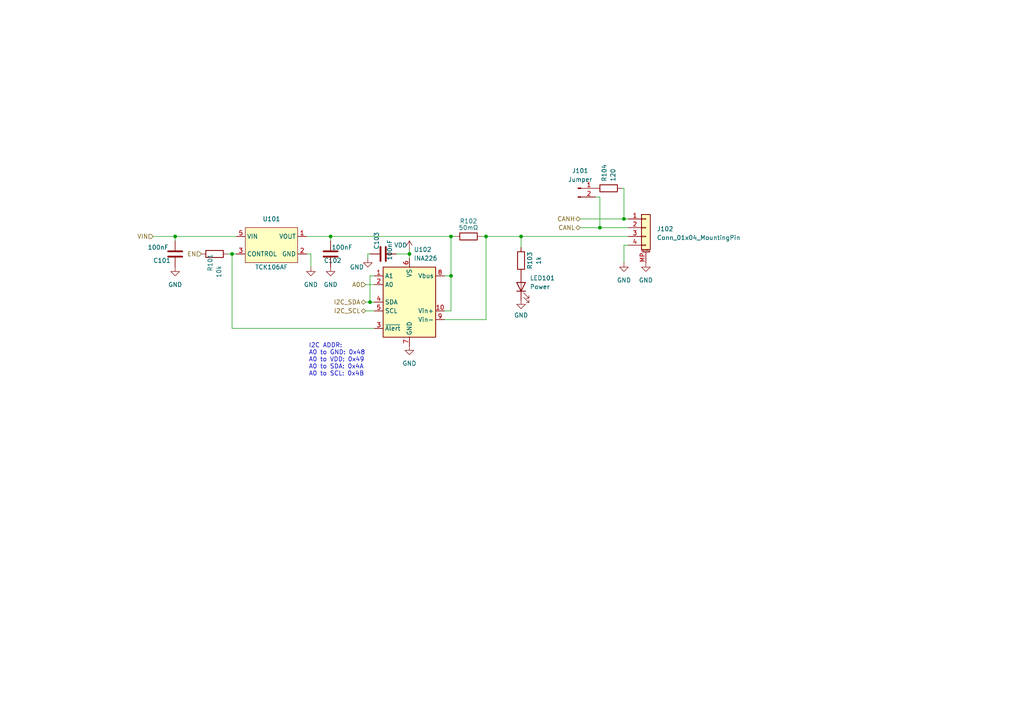
<source format=kicad_sch>
(kicad_sch
	(version 20231120)
	(generator "eeschema")
	(generator_version "8.0")
	(uuid "d339b9d8-51a7-460e-bb19-8d8c25d3e2aa")
	(paper "A4")
	(lib_symbols
		(symbol "Connector:Conn_01x02_Pin"
			(pin_names
				(offset 1.016) hide)
			(exclude_from_sim no)
			(in_bom yes)
			(on_board yes)
			(property "Reference" "J"
				(at 0 2.54 0)
				(effects
					(font
						(size 1.27 1.27)
					)
				)
			)
			(property "Value" "Conn_01x02_Pin"
				(at 0 -5.08 0)
				(effects
					(font
						(size 1.27 1.27)
					)
				)
			)
			(property "Footprint" ""
				(at 0 0 0)
				(effects
					(font
						(size 1.27 1.27)
					)
					(hide yes)
				)
			)
			(property "Datasheet" "~"
				(at 0 0 0)
				(effects
					(font
						(size 1.27 1.27)
					)
					(hide yes)
				)
			)
			(property "Description" "Generic connector, single row, 01x02, script generated"
				(at 0 0 0)
				(effects
					(font
						(size 1.27 1.27)
					)
					(hide yes)
				)
			)
			(property "ki_locked" ""
				(at 0 0 0)
				(effects
					(font
						(size 1.27 1.27)
					)
				)
			)
			(property "ki_keywords" "connector"
				(at 0 0 0)
				(effects
					(font
						(size 1.27 1.27)
					)
					(hide yes)
				)
			)
			(property "ki_fp_filters" "Connector*:*_1x??_*"
				(at 0 0 0)
				(effects
					(font
						(size 1.27 1.27)
					)
					(hide yes)
				)
			)
			(symbol "Conn_01x02_Pin_1_1"
				(polyline
					(pts
						(xy 1.27 -2.54) (xy 0.8636 -2.54)
					)
					(stroke
						(width 0.1524)
						(type default)
					)
					(fill
						(type none)
					)
				)
				(polyline
					(pts
						(xy 1.27 0) (xy 0.8636 0)
					)
					(stroke
						(width 0.1524)
						(type default)
					)
					(fill
						(type none)
					)
				)
				(rectangle
					(start 0.8636 -2.413)
					(end 0 -2.667)
					(stroke
						(width 0.1524)
						(type default)
					)
					(fill
						(type outline)
					)
				)
				(rectangle
					(start 0.8636 0.127)
					(end 0 -0.127)
					(stroke
						(width 0.1524)
						(type default)
					)
					(fill
						(type outline)
					)
				)
				(pin passive line
					(at 5.08 0 180)
					(length 3.81)
					(name "Pin_1"
						(effects
							(font
								(size 1.27 1.27)
							)
						)
					)
					(number "1"
						(effects
							(font
								(size 1.27 1.27)
							)
						)
					)
				)
				(pin passive line
					(at 5.08 -2.54 180)
					(length 3.81)
					(name "Pin_2"
						(effects
							(font
								(size 1.27 1.27)
							)
						)
					)
					(number "2"
						(effects
							(font
								(size 1.27 1.27)
							)
						)
					)
				)
			)
		)
		(symbol "Connector_Generic_MountingPin:Conn_01x04_MountingPin"
			(pin_names
				(offset 1.016) hide)
			(exclude_from_sim no)
			(in_bom yes)
			(on_board yes)
			(property "Reference" "J"
				(at 0 5.08 0)
				(effects
					(font
						(size 1.27 1.27)
					)
				)
			)
			(property "Value" "Conn_01x04_MountingPin"
				(at 1.27 -7.62 0)
				(effects
					(font
						(size 1.27 1.27)
					)
					(justify left)
				)
			)
			(property "Footprint" ""
				(at 0 0 0)
				(effects
					(font
						(size 1.27 1.27)
					)
					(hide yes)
				)
			)
			(property "Datasheet" "~"
				(at 0 0 0)
				(effects
					(font
						(size 1.27 1.27)
					)
					(hide yes)
				)
			)
			(property "Description" "Generic connectable mounting pin connector, single row, 01x04, script generated (kicad-library-utils/schlib/autogen/connector/)"
				(at 0 0 0)
				(effects
					(font
						(size 1.27 1.27)
					)
					(hide yes)
				)
			)
			(property "ki_keywords" "connector"
				(at 0 0 0)
				(effects
					(font
						(size 1.27 1.27)
					)
					(hide yes)
				)
			)
			(property "ki_fp_filters" "Connector*:*_1x??-1MP*"
				(at 0 0 0)
				(effects
					(font
						(size 1.27 1.27)
					)
					(hide yes)
				)
			)
			(symbol "Conn_01x04_MountingPin_1_1"
				(rectangle
					(start -1.27 -4.953)
					(end 0 -5.207)
					(stroke
						(width 0.1524)
						(type default)
					)
					(fill
						(type none)
					)
				)
				(rectangle
					(start -1.27 -2.413)
					(end 0 -2.667)
					(stroke
						(width 0.1524)
						(type default)
					)
					(fill
						(type none)
					)
				)
				(rectangle
					(start -1.27 0.127)
					(end 0 -0.127)
					(stroke
						(width 0.1524)
						(type default)
					)
					(fill
						(type none)
					)
				)
				(rectangle
					(start -1.27 2.667)
					(end 0 2.413)
					(stroke
						(width 0.1524)
						(type default)
					)
					(fill
						(type none)
					)
				)
				(rectangle
					(start -1.27 3.81)
					(end 1.27 -6.35)
					(stroke
						(width 0.254)
						(type default)
					)
					(fill
						(type background)
					)
				)
				(polyline
					(pts
						(xy -1.016 -7.112) (xy 1.016 -7.112)
					)
					(stroke
						(width 0.1524)
						(type default)
					)
					(fill
						(type none)
					)
				)
				(text "Mounting"
					(at 0 -6.731 0)
					(effects
						(font
							(size 0.381 0.381)
						)
					)
				)
				(pin passive line
					(at -5.08 2.54 0)
					(length 3.81)
					(name "Pin_1"
						(effects
							(font
								(size 1.27 1.27)
							)
						)
					)
					(number "1"
						(effects
							(font
								(size 1.27 1.27)
							)
						)
					)
				)
				(pin passive line
					(at -5.08 0 0)
					(length 3.81)
					(name "Pin_2"
						(effects
							(font
								(size 1.27 1.27)
							)
						)
					)
					(number "2"
						(effects
							(font
								(size 1.27 1.27)
							)
						)
					)
				)
				(pin passive line
					(at -5.08 -2.54 0)
					(length 3.81)
					(name "Pin_3"
						(effects
							(font
								(size 1.27 1.27)
							)
						)
					)
					(number "3"
						(effects
							(font
								(size 1.27 1.27)
							)
						)
					)
				)
				(pin passive line
					(at -5.08 -5.08 0)
					(length 3.81)
					(name "Pin_4"
						(effects
							(font
								(size 1.27 1.27)
							)
						)
					)
					(number "4"
						(effects
							(font
								(size 1.27 1.27)
							)
						)
					)
				)
				(pin passive line
					(at 0 -10.16 90)
					(length 3.048)
					(name "MountPin"
						(effects
							(font
								(size 1.27 1.27)
							)
						)
					)
					(number "MP"
						(effects
							(font
								(size 1.27 1.27)
							)
						)
					)
				)
			)
		)
		(symbol "Device:C"
			(pin_numbers hide)
			(pin_names
				(offset 0.254)
			)
			(exclude_from_sim no)
			(in_bom yes)
			(on_board yes)
			(property "Reference" "C"
				(at 0.635 2.54 0)
				(effects
					(font
						(size 1.27 1.27)
					)
					(justify left)
				)
			)
			(property "Value" "C"
				(at 0.635 -2.54 0)
				(effects
					(font
						(size 1.27 1.27)
					)
					(justify left)
				)
			)
			(property "Footprint" ""
				(at 0.9652 -3.81 0)
				(effects
					(font
						(size 1.27 1.27)
					)
					(hide yes)
				)
			)
			(property "Datasheet" "~"
				(at 0 0 0)
				(effects
					(font
						(size 1.27 1.27)
					)
					(hide yes)
				)
			)
			(property "Description" "Unpolarized capacitor"
				(at 0 0 0)
				(effects
					(font
						(size 1.27 1.27)
					)
					(hide yes)
				)
			)
			(property "ki_keywords" "cap capacitor"
				(at 0 0 0)
				(effects
					(font
						(size 1.27 1.27)
					)
					(hide yes)
				)
			)
			(property "ki_fp_filters" "C_*"
				(at 0 0 0)
				(effects
					(font
						(size 1.27 1.27)
					)
					(hide yes)
				)
			)
			(symbol "C_0_1"
				(polyline
					(pts
						(xy -2.032 -0.762) (xy 2.032 -0.762)
					)
					(stroke
						(width 0.508)
						(type default)
					)
					(fill
						(type none)
					)
				)
				(polyline
					(pts
						(xy -2.032 0.762) (xy 2.032 0.762)
					)
					(stroke
						(width 0.508)
						(type default)
					)
					(fill
						(type none)
					)
				)
			)
			(symbol "C_1_1"
				(pin passive line
					(at 0 3.81 270)
					(length 2.794)
					(name "~"
						(effects
							(font
								(size 1.27 1.27)
							)
						)
					)
					(number "1"
						(effects
							(font
								(size 1.27 1.27)
							)
						)
					)
				)
				(pin passive line
					(at 0 -3.81 90)
					(length 2.794)
					(name "~"
						(effects
							(font
								(size 1.27 1.27)
							)
						)
					)
					(number "2"
						(effects
							(font
								(size 1.27 1.27)
							)
						)
					)
				)
			)
		)
		(symbol "Device:LED"
			(pin_numbers hide)
			(pin_names
				(offset 1.016) hide)
			(exclude_from_sim no)
			(in_bom yes)
			(on_board yes)
			(property "Reference" "D"
				(at 0 2.54 0)
				(effects
					(font
						(size 1.27 1.27)
					)
				)
			)
			(property "Value" "LED"
				(at 0 -2.54 0)
				(effects
					(font
						(size 1.27 1.27)
					)
				)
			)
			(property "Footprint" ""
				(at 0 0 0)
				(effects
					(font
						(size 1.27 1.27)
					)
					(hide yes)
				)
			)
			(property "Datasheet" "~"
				(at 0 0 0)
				(effects
					(font
						(size 1.27 1.27)
					)
					(hide yes)
				)
			)
			(property "Description" "Light emitting diode"
				(at 0 0 0)
				(effects
					(font
						(size 1.27 1.27)
					)
					(hide yes)
				)
			)
			(property "ki_keywords" "LED diode"
				(at 0 0 0)
				(effects
					(font
						(size 1.27 1.27)
					)
					(hide yes)
				)
			)
			(property "ki_fp_filters" "LED* LED_SMD:* LED_THT:*"
				(at 0 0 0)
				(effects
					(font
						(size 1.27 1.27)
					)
					(hide yes)
				)
			)
			(symbol "LED_0_1"
				(polyline
					(pts
						(xy -1.27 -1.27) (xy -1.27 1.27)
					)
					(stroke
						(width 0.254)
						(type default)
					)
					(fill
						(type none)
					)
				)
				(polyline
					(pts
						(xy -1.27 0) (xy 1.27 0)
					)
					(stroke
						(width 0)
						(type default)
					)
					(fill
						(type none)
					)
				)
				(polyline
					(pts
						(xy 1.27 -1.27) (xy 1.27 1.27) (xy -1.27 0) (xy 1.27 -1.27)
					)
					(stroke
						(width 0.254)
						(type default)
					)
					(fill
						(type none)
					)
				)
				(polyline
					(pts
						(xy -3.048 -0.762) (xy -4.572 -2.286) (xy -3.81 -2.286) (xy -4.572 -2.286) (xy -4.572 -1.524)
					)
					(stroke
						(width 0)
						(type default)
					)
					(fill
						(type none)
					)
				)
				(polyline
					(pts
						(xy -1.778 -0.762) (xy -3.302 -2.286) (xy -2.54 -2.286) (xy -3.302 -2.286) (xy -3.302 -1.524)
					)
					(stroke
						(width 0)
						(type default)
					)
					(fill
						(type none)
					)
				)
			)
			(symbol "LED_1_1"
				(pin passive line
					(at -3.81 0 0)
					(length 2.54)
					(name "K"
						(effects
							(font
								(size 1.27 1.27)
							)
						)
					)
					(number "1"
						(effects
							(font
								(size 1.27 1.27)
							)
						)
					)
				)
				(pin passive line
					(at 3.81 0 180)
					(length 2.54)
					(name "A"
						(effects
							(font
								(size 1.27 1.27)
							)
						)
					)
					(number "2"
						(effects
							(font
								(size 1.27 1.27)
							)
						)
					)
				)
			)
		)
		(symbol "Device:R"
			(pin_numbers hide)
			(pin_names
				(offset 0)
			)
			(exclude_from_sim no)
			(in_bom yes)
			(on_board yes)
			(property "Reference" "R"
				(at 2.032 0 90)
				(effects
					(font
						(size 1.27 1.27)
					)
				)
			)
			(property "Value" "R"
				(at 0 0 90)
				(effects
					(font
						(size 1.27 1.27)
					)
				)
			)
			(property "Footprint" ""
				(at -1.778 0 90)
				(effects
					(font
						(size 1.27 1.27)
					)
					(hide yes)
				)
			)
			(property "Datasheet" "~"
				(at 0 0 0)
				(effects
					(font
						(size 1.27 1.27)
					)
					(hide yes)
				)
			)
			(property "Description" "Resistor"
				(at 0 0 0)
				(effects
					(font
						(size 1.27 1.27)
					)
					(hide yes)
				)
			)
			(property "ki_keywords" "R res resistor"
				(at 0 0 0)
				(effects
					(font
						(size 1.27 1.27)
					)
					(hide yes)
				)
			)
			(property "ki_fp_filters" "R_*"
				(at 0 0 0)
				(effects
					(font
						(size 1.27 1.27)
					)
					(hide yes)
				)
			)
			(symbol "R_0_1"
				(rectangle
					(start -1.016 -2.54)
					(end 1.016 2.54)
					(stroke
						(width 0.254)
						(type default)
					)
					(fill
						(type none)
					)
				)
			)
			(symbol "R_1_1"
				(pin passive line
					(at 0 3.81 270)
					(length 1.27)
					(name "~"
						(effects
							(font
								(size 1.27 1.27)
							)
						)
					)
					(number "1"
						(effects
							(font
								(size 1.27 1.27)
							)
						)
					)
				)
				(pin passive line
					(at 0 -3.81 90)
					(length 1.27)
					(name "~"
						(effects
							(font
								(size 1.27 1.27)
							)
						)
					)
					(number "2"
						(effects
							(font
								(size 1.27 1.27)
							)
						)
					)
				)
			)
		)
		(symbol "Sensor_Energy:INA226"
			(exclude_from_sim no)
			(in_bom yes)
			(on_board yes)
			(property "Reference" "U"
				(at -6.35 11.43 0)
				(effects
					(font
						(size 1.27 1.27)
					)
				)
			)
			(property "Value" "INA226"
				(at 3.81 11.43 0)
				(effects
					(font
						(size 1.27 1.27)
					)
				)
			)
			(property "Footprint" "Package_SO:VSSOP-10_3x3mm_P0.5mm"
				(at 20.32 -11.43 0)
				(effects
					(font
						(size 1.27 1.27)
					)
					(hide yes)
				)
			)
			(property "Datasheet" "http://www.ti.com/lit/ds/symlink/ina226.pdf"
				(at 8.89 -2.54 0)
				(effects
					(font
						(size 1.27 1.27)
					)
					(hide yes)
				)
			)
			(property "Description" "High-Side or Low-Side Measurement, Bi-Directional Current and Power Monitor (0-36V) with I2C Compatible Interface, VSSOP-10"
				(at 0 0 0)
				(effects
					(font
						(size 1.27 1.27)
					)
					(hide yes)
				)
			)
			(property "ki_keywords" "ADC I2C 16-Bit Oversampling Current Shunt"
				(at 0 0 0)
				(effects
					(font
						(size 1.27 1.27)
					)
					(hide yes)
				)
			)
			(property "ki_fp_filters" "VSSOP*3x3mm*P0.5mm*"
				(at 0 0 0)
				(effects
					(font
						(size 1.27 1.27)
					)
					(hide yes)
				)
			)
			(symbol "INA226_0_1"
				(rectangle
					(start 7.62 10.16)
					(end -7.62 -10.16)
					(stroke
						(width 0.254)
						(type default)
					)
					(fill
						(type background)
					)
				)
			)
			(symbol "INA226_1_1"
				(pin input line
					(at 10.16 7.62 180)
					(length 2.54)
					(name "A1"
						(effects
							(font
								(size 1.27 1.27)
							)
						)
					)
					(number "1"
						(effects
							(font
								(size 1.27 1.27)
							)
						)
					)
				)
				(pin input line
					(at -10.16 -2.54 0)
					(length 2.54)
					(name "Vin+"
						(effects
							(font
								(size 1.27 1.27)
							)
						)
					)
					(number "10"
						(effects
							(font
								(size 1.27 1.27)
							)
						)
					)
				)
				(pin input line
					(at 10.16 5.08 180)
					(length 2.54)
					(name "A0"
						(effects
							(font
								(size 1.27 1.27)
							)
						)
					)
					(number "2"
						(effects
							(font
								(size 1.27 1.27)
							)
						)
					)
				)
				(pin open_collector line
					(at 10.16 -7.62 180)
					(length 2.54)
					(name "~{Alert}"
						(effects
							(font
								(size 1.27 1.27)
							)
						)
					)
					(number "3"
						(effects
							(font
								(size 1.27 1.27)
							)
						)
					)
				)
				(pin bidirectional line
					(at 10.16 0 180)
					(length 2.54)
					(name "SDA"
						(effects
							(font
								(size 1.27 1.27)
							)
						)
					)
					(number "4"
						(effects
							(font
								(size 1.27 1.27)
							)
						)
					)
				)
				(pin input line
					(at 10.16 -2.54 180)
					(length 2.54)
					(name "SCL"
						(effects
							(font
								(size 1.27 1.27)
							)
						)
					)
					(number "5"
						(effects
							(font
								(size 1.27 1.27)
							)
						)
					)
				)
				(pin power_in line
					(at 0 12.7 270)
					(length 2.54)
					(name "VS"
						(effects
							(font
								(size 1.27 1.27)
							)
						)
					)
					(number "6"
						(effects
							(font
								(size 1.27 1.27)
							)
						)
					)
				)
				(pin power_in line
					(at 0 -12.7 90)
					(length 2.54)
					(name "GND"
						(effects
							(font
								(size 1.27 1.27)
							)
						)
					)
					(number "7"
						(effects
							(font
								(size 1.27 1.27)
							)
						)
					)
				)
				(pin input line
					(at -10.16 7.62 0)
					(length 2.54)
					(name "Vbus"
						(effects
							(font
								(size 1.27 1.27)
							)
						)
					)
					(number "8"
						(effects
							(font
								(size 1.27 1.27)
							)
						)
					)
				)
				(pin input line
					(at -10.16 -5.08 0)
					(length 2.54)
					(name "Vin-"
						(effects
							(font
								(size 1.27 1.27)
							)
						)
					)
					(number "9"
						(effects
							(font
								(size 1.27 1.27)
							)
						)
					)
				)
			)
		)
		(symbol "WOBCLibrary:TCK106AF"
			(exclude_from_sim no)
			(in_bom yes)
			(on_board yes)
			(property "Reference" "U"
				(at 0 6.35 0)
				(effects
					(font
						(size 1.27 1.27)
					)
				)
			)
			(property "Value" ""
				(at 1.27 0 0)
				(effects
					(font
						(size 1.27 1.27)
					)
				)
			)
			(property "Footprint" "Package_TO_SOT_SMD:SOT-23-5"
				(at 1.27 0 0)
				(effects
					(font
						(size 1.27 1.27)
					)
					(hide yes)
				)
			)
			(property "Datasheet" ""
				(at 1.27 0 0)
				(effects
					(font
						(size 1.27 1.27)
					)
					(hide yes)
				)
			)
			(property "Description" ""
				(at 0 0 0)
				(effects
					(font
						(size 1.27 1.27)
					)
					(hide yes)
				)
			)
			(symbol "TCK106AF_1_1"
				(rectangle
					(start -7.62 5.08)
					(end 7.62 -5.08)
					(stroke
						(width 0)
						(type default)
					)
					(fill
						(type background)
					)
				)
				(pin power_out line
					(at 10.16 2.54 180)
					(length 2.54)
					(name "VOUT"
						(effects
							(font
								(size 1.27 1.27)
							)
						)
					)
					(number "1"
						(effects
							(font
								(size 1.27 1.27)
							)
						)
					)
				)
				(pin power_in line
					(at 10.16 -2.54 180)
					(length 2.54)
					(name "GND"
						(effects
							(font
								(size 1.27 1.27)
							)
						)
					)
					(number "2"
						(effects
							(font
								(size 1.27 1.27)
							)
						)
					)
				)
				(pin input line
					(at -10.16 -2.54 0)
					(length 2.54)
					(name "CONTROL"
						(effects
							(font
								(size 1.27 1.27)
							)
						)
					)
					(number "3"
						(effects
							(font
								(size 1.27 1.27)
							)
						)
					)
				)
				(pin power_in line
					(at 0 -5.08 180)
					(length 2.54) hide
					(name "NC"
						(effects
							(font
								(size 1.27 1.27)
							)
						)
					)
					(number "4"
						(effects
							(font
								(size 1.27 1.27)
							)
						)
					)
				)
				(pin power_in line
					(at -10.16 2.54 0)
					(length 2.54)
					(name "VIN"
						(effects
							(font
								(size 1.27 1.27)
							)
						)
					)
					(number "5"
						(effects
							(font
								(size 1.27 1.27)
							)
						)
					)
				)
			)
		)
		(symbol "power:GND"
			(power)
			(pin_names
				(offset 0)
			)
			(exclude_from_sim no)
			(in_bom yes)
			(on_board yes)
			(property "Reference" "#PWR"
				(at 0 -6.35 0)
				(effects
					(font
						(size 1.27 1.27)
					)
					(hide yes)
				)
			)
			(property "Value" "GND"
				(at 0 -3.81 0)
				(effects
					(font
						(size 1.27 1.27)
					)
				)
			)
			(property "Footprint" ""
				(at 0 0 0)
				(effects
					(font
						(size 1.27 1.27)
					)
					(hide yes)
				)
			)
			(property "Datasheet" ""
				(at 0 0 0)
				(effects
					(font
						(size 1.27 1.27)
					)
					(hide yes)
				)
			)
			(property "Description" "Power symbol creates a global label with name \"GND\" , ground"
				(at 0 0 0)
				(effects
					(font
						(size 1.27 1.27)
					)
					(hide yes)
				)
			)
			(property "ki_keywords" "global power"
				(at 0 0 0)
				(effects
					(font
						(size 1.27 1.27)
					)
					(hide yes)
				)
			)
			(symbol "GND_0_1"
				(polyline
					(pts
						(xy 0 0) (xy 0 -1.27) (xy 1.27 -1.27) (xy 0 -2.54) (xy -1.27 -1.27) (xy 0 -1.27)
					)
					(stroke
						(width 0)
						(type default)
					)
					(fill
						(type none)
					)
				)
			)
			(symbol "GND_1_1"
				(pin power_in line
					(at 0 0 270)
					(length 0) hide
					(name "GND"
						(effects
							(font
								(size 1.27 1.27)
							)
						)
					)
					(number "1"
						(effects
							(font
								(size 1.27 1.27)
							)
						)
					)
				)
			)
		)
		(symbol "power:VDD"
			(power)
			(pin_names
				(offset 0)
			)
			(exclude_from_sim no)
			(in_bom yes)
			(on_board yes)
			(property "Reference" "#PWR"
				(at 0 -3.81 0)
				(effects
					(font
						(size 1.27 1.27)
					)
					(hide yes)
				)
			)
			(property "Value" "VDD"
				(at 0 3.81 0)
				(effects
					(font
						(size 1.27 1.27)
					)
				)
			)
			(property "Footprint" ""
				(at 0 0 0)
				(effects
					(font
						(size 1.27 1.27)
					)
					(hide yes)
				)
			)
			(property "Datasheet" ""
				(at 0 0 0)
				(effects
					(font
						(size 1.27 1.27)
					)
					(hide yes)
				)
			)
			(property "Description" "Power symbol creates a global label with name \"VDD\""
				(at 0 0 0)
				(effects
					(font
						(size 1.27 1.27)
					)
					(hide yes)
				)
			)
			(property "ki_keywords" "global power"
				(at 0 0 0)
				(effects
					(font
						(size 1.27 1.27)
					)
					(hide yes)
				)
			)
			(symbol "VDD_0_1"
				(polyline
					(pts
						(xy -0.762 1.27) (xy 0 2.54)
					)
					(stroke
						(width 0)
						(type default)
					)
					(fill
						(type none)
					)
				)
				(polyline
					(pts
						(xy 0 0) (xy 0 2.54)
					)
					(stroke
						(width 0)
						(type default)
					)
					(fill
						(type none)
					)
				)
				(polyline
					(pts
						(xy 0 2.54) (xy 0.762 1.27)
					)
					(stroke
						(width 0)
						(type default)
					)
					(fill
						(type none)
					)
				)
			)
			(symbol "VDD_1_1"
				(pin power_in line
					(at 0 0 90)
					(length 0) hide
					(name "VDD"
						(effects
							(font
								(size 1.27 1.27)
							)
						)
					)
					(number "1"
						(effects
							(font
								(size 1.27 1.27)
							)
						)
					)
				)
			)
		)
	)
	(junction
		(at 107.315 87.63)
		(diameter 0)
		(color 0 0 0 0)
		(uuid "1873f700-579d-49af-ad20-5167b28ddfda")
	)
	(junction
		(at 130.81 68.58)
		(diameter 0)
		(color 0 0 0 0)
		(uuid "2bbd9cbf-4ce6-4d7c-9ae5-b847f173838f")
	)
	(junction
		(at 67.31 73.66)
		(diameter 0)
		(color 0 0 0 0)
		(uuid "3a6801c5-9121-4186-8218-d190129801cb")
	)
	(junction
		(at 151.13 68.58)
		(diameter 0)
		(color 0 0 0 0)
		(uuid "3ab7a47b-ee1e-4de6-bab3-bd178024a4a4")
	)
	(junction
		(at 50.8 68.58)
		(diameter 0)
		(color 0 0 0 0)
		(uuid "4b6f744b-30f5-443a-8b39-9d51d8db693b")
	)
	(junction
		(at 130.81 80.01)
		(diameter 0)
		(color 0 0 0 0)
		(uuid "506817bd-3b39-408c-b42d-6c50fee13901")
	)
	(junction
		(at 118.745 73.66)
		(diameter 0)
		(color 0 0 0 0)
		(uuid "5c906a4f-6f8b-46a7-8bba-fb7f82694673")
	)
	(junction
		(at 140.97 68.58)
		(diameter 0)
		(color 0 0 0 0)
		(uuid "77dde57e-ef72-4e11-a637-5f42ef4b71b1")
	)
	(junction
		(at 95.885 68.58)
		(diameter 0)
		(color 0 0 0 0)
		(uuid "79d9d778-0ef2-4b4f-a487-9dbaf4c504c4")
	)
	(junction
		(at 180.975 63.5)
		(diameter 0)
		(color 0 0 0 0)
		(uuid "b0789c39-2ae0-4c68-a0ed-3d10ccbeff9c")
	)
	(junction
		(at 173.99 66.04)
		(diameter 0)
		(color 0 0 0 0)
		(uuid "cf9ef668-1731-4281-b9cc-c8e300b5664e")
	)
	(wire
		(pts
			(xy 128.905 90.17) (xy 130.81 90.17)
		)
		(stroke
			(width 0)
			(type default)
		)
		(uuid "0030dd76-e4cd-4201-9e85-7e17791306de")
	)
	(wire
		(pts
			(xy 180.975 71.12) (xy 180.975 76.2)
		)
		(stroke
			(width 0)
			(type default)
		)
		(uuid "00c952ea-469c-49bc-b5d1-630d9c998815")
	)
	(wire
		(pts
			(xy 180.34 54.61) (xy 180.975 54.61)
		)
		(stroke
			(width 0)
			(type default)
		)
		(uuid "04d8a2b0-4fac-4f35-b2c5-8c29259ad2ce")
	)
	(wire
		(pts
			(xy 140.97 68.58) (xy 151.13 68.58)
		)
		(stroke
			(width 0)
			(type default)
		)
		(uuid "0dc036a2-ea79-4bf1-9f50-327a4bade299")
	)
	(wire
		(pts
			(xy 106.045 90.17) (xy 108.585 90.17)
		)
		(stroke
			(width 0)
			(type default)
		)
		(uuid "12e1a23d-8937-490d-b5da-5a2964662018")
	)
	(wire
		(pts
			(xy 128.905 92.71) (xy 140.97 92.71)
		)
		(stroke
			(width 0)
			(type default)
		)
		(uuid "243dfab5-26dc-446f-ba40-a4d50acc23a8")
	)
	(wire
		(pts
			(xy 114.935 73.66) (xy 118.745 73.66)
		)
		(stroke
			(width 0)
			(type default)
		)
		(uuid "24937cb2-87e2-4649-9f80-3f66f1c6310b")
	)
	(wire
		(pts
			(xy 173.99 57.15) (xy 173.99 66.04)
		)
		(stroke
			(width 0)
			(type default)
		)
		(uuid "2ae7f5df-33e7-4852-a18e-9bd4aeadbcaf")
	)
	(wire
		(pts
			(xy 106.045 82.55) (xy 108.585 82.55)
		)
		(stroke
			(width 0)
			(type default)
		)
		(uuid "2ec5641f-845f-44de-b60c-ba180b38008b")
	)
	(wire
		(pts
			(xy 151.13 68.58) (xy 182.245 68.58)
		)
		(stroke
			(width 0)
			(type default)
		)
		(uuid "3711cf39-0b6c-41e5-bbe4-895bfff51ed6")
	)
	(wire
		(pts
			(xy 107.315 80.01) (xy 107.315 87.63)
		)
		(stroke
			(width 0)
			(type default)
		)
		(uuid "40c072ff-bde2-45d7-a090-b781af641db3")
	)
	(wire
		(pts
			(xy 108.585 80.01) (xy 107.315 80.01)
		)
		(stroke
			(width 0)
			(type default)
		)
		(uuid "4a12d5a6-0149-4a2b-9cfc-046a80e2e0ba")
	)
	(wire
		(pts
			(xy 140.97 68.58) (xy 140.97 92.71)
		)
		(stroke
			(width 0)
			(type default)
		)
		(uuid "4a4f922f-0eaa-4608-9b97-301f163623eb")
	)
	(wire
		(pts
			(xy 130.81 68.58) (xy 132.08 68.58)
		)
		(stroke
			(width 0)
			(type default)
		)
		(uuid "4c609e88-60b1-476c-9b79-37d90a8cff1d")
	)
	(wire
		(pts
			(xy 180.975 63.5) (xy 182.245 63.5)
		)
		(stroke
			(width 0)
			(type default)
		)
		(uuid "4eadc921-dbe0-4c66-98d4-f395408e534f")
	)
	(wire
		(pts
			(xy 44.45 68.58) (xy 50.8 68.58)
		)
		(stroke
			(width 0)
			(type default)
		)
		(uuid "5074e70d-cefa-4735-a646-569a27cb1abb")
	)
	(wire
		(pts
			(xy 67.31 73.66) (xy 68.58 73.66)
		)
		(stroke
			(width 0)
			(type default)
		)
		(uuid "546c4782-d075-4437-95f2-a537f96b581b")
	)
	(wire
		(pts
			(xy 151.13 68.58) (xy 151.13 71.755)
		)
		(stroke
			(width 0)
			(type default)
		)
		(uuid "56d9f6b5-075e-4489-81c2-4d9101168880")
	)
	(wire
		(pts
			(xy 173.99 66.04) (xy 182.245 66.04)
		)
		(stroke
			(width 0)
			(type default)
		)
		(uuid "601a51f2-fef3-4dc5-a5ed-2adfdc50380e")
	)
	(wire
		(pts
			(xy 106.045 87.63) (xy 107.315 87.63)
		)
		(stroke
			(width 0)
			(type default)
		)
		(uuid "62513fc4-cd86-4532-b42c-e177242d0967")
	)
	(wire
		(pts
			(xy 108.585 95.25) (xy 67.31 95.25)
		)
		(stroke
			(width 0)
			(type default)
		)
		(uuid "64806222-cde3-4c0b-9e0c-85eec4c95d61")
	)
	(wire
		(pts
			(xy 50.8 68.58) (xy 50.8 69.85)
		)
		(stroke
			(width 0)
			(type default)
		)
		(uuid "67327753-462d-4276-a62b-08243db7bc97")
	)
	(wire
		(pts
			(xy 95.885 68.58) (xy 130.81 68.58)
		)
		(stroke
			(width 0)
			(type default)
		)
		(uuid "6ae257bb-6cab-476c-a39d-6a3f63462d1c")
	)
	(wire
		(pts
			(xy 168.275 63.5) (xy 180.975 63.5)
		)
		(stroke
			(width 0)
			(type default)
		)
		(uuid "6b9266f5-ab9c-409e-b0a8-6ccccf415811")
	)
	(wire
		(pts
			(xy 106.68 73.66) (xy 107.315 73.66)
		)
		(stroke
			(width 0)
			(type default)
		)
		(uuid "6d628110-1cbe-4b64-a0ee-91ceaeb77721")
	)
	(wire
		(pts
			(xy 130.81 80.01) (xy 130.81 90.17)
		)
		(stroke
			(width 0)
			(type default)
		)
		(uuid "6fd0f1fc-c877-437d-9967-4c3c30f4b58c")
	)
	(wire
		(pts
			(xy 107.315 87.63) (xy 108.585 87.63)
		)
		(stroke
			(width 0)
			(type default)
		)
		(uuid "728df01c-609e-4e92-9090-f97d00b444a8")
	)
	(wire
		(pts
			(xy 50.8 68.58) (xy 68.58 68.58)
		)
		(stroke
			(width 0)
			(type default)
		)
		(uuid "7ac73f84-7947-4abf-8365-92cc805b3d57")
	)
	(wire
		(pts
			(xy 95.885 68.58) (xy 95.885 69.85)
		)
		(stroke
			(width 0)
			(type default)
		)
		(uuid "7da52d2a-00a8-42cd-bba6-f02e0a0d6702")
	)
	(wire
		(pts
			(xy 66.04 73.66) (xy 67.31 73.66)
		)
		(stroke
			(width 0)
			(type default)
		)
		(uuid "857096e5-d679-4c4b-9666-38b7f72f0971")
	)
	(wire
		(pts
			(xy 182.245 71.12) (xy 180.975 71.12)
		)
		(stroke
			(width 0)
			(type default)
		)
		(uuid "a00b61e4-0214-499a-9fe7-eb5ce6578ff5")
	)
	(wire
		(pts
			(xy 180.975 54.61) (xy 180.975 63.5)
		)
		(stroke
			(width 0)
			(type default)
		)
		(uuid "a3733565-fec9-4047-87f1-2cdc8fcc9525")
	)
	(wire
		(pts
			(xy 106.68 73.66) (xy 106.68 74.93)
		)
		(stroke
			(width 0)
			(type default)
		)
		(uuid "a715c9e6-7327-41b8-bc58-148e561c745d")
	)
	(wire
		(pts
			(xy 88.9 68.58) (xy 95.885 68.58)
		)
		(stroke
			(width 0)
			(type default)
		)
		(uuid "ac2d2796-129a-41db-881c-56946a65112e")
	)
	(wire
		(pts
			(xy 67.31 95.25) (xy 67.31 73.66)
		)
		(stroke
			(width 0)
			(type default)
		)
		(uuid "adf84670-844e-49e1-8f5e-3094647f15f4")
	)
	(wire
		(pts
			(xy 90.17 77.47) (xy 90.17 73.66)
		)
		(stroke
			(width 0)
			(type default)
		)
		(uuid "aeca6bf0-c3ee-4e04-876d-178e7f67f109")
	)
	(wire
		(pts
			(xy 130.81 68.58) (xy 130.81 80.01)
		)
		(stroke
			(width 0)
			(type default)
		)
		(uuid "bd2fd7c6-92a8-4cb3-ae86-5381a192a01a")
	)
	(wire
		(pts
			(xy 128.905 80.01) (xy 130.81 80.01)
		)
		(stroke
			(width 0)
			(type default)
		)
		(uuid "bf2d40ed-2d3c-4932-a7f9-e24d44e4ab3c")
	)
	(wire
		(pts
			(xy 139.7 68.58) (xy 140.97 68.58)
		)
		(stroke
			(width 0)
			(type default)
		)
		(uuid "c1dc32ba-7d4c-448a-8efb-328392e64ede")
	)
	(wire
		(pts
			(xy 118.745 72.39) (xy 118.745 73.66)
		)
		(stroke
			(width 0)
			(type default)
		)
		(uuid "c330658c-1d2c-4c9d-8a35-a8a2fef0e53c")
	)
	(wire
		(pts
			(xy 168.275 66.04) (xy 173.99 66.04)
		)
		(stroke
			(width 0)
			(type default)
		)
		(uuid "c3ef7b7b-88c6-406f-89a1-e9a9281729d8")
	)
	(wire
		(pts
			(xy 172.72 57.15) (xy 173.99 57.15)
		)
		(stroke
			(width 0)
			(type default)
		)
		(uuid "ce6bc03e-a549-4aec-abf8-ea19d35e0fa3")
	)
	(wire
		(pts
			(xy 90.17 73.66) (xy 88.9 73.66)
		)
		(stroke
			(width 0)
			(type default)
		)
		(uuid "dca50d42-b9c9-4275-b814-d9499cfea914")
	)
	(wire
		(pts
			(xy 118.745 73.66) (xy 118.745 74.93)
		)
		(stroke
			(width 0)
			(type default)
		)
		(uuid "e3e3035b-aebb-4e91-97f1-5c52e47405e0")
	)
	(text "I2C ADDR: \nA0 to GND: 0x48\nA0 to VDD: 0x49\nA0 to SDA: 0x4A\nA0 to SCL: 0x4B"
		(exclude_from_sim no)
		(at 89.535 109.22 0)
		(effects
			(font
				(size 1.27 1.27)
			)
			(justify left bottom)
		)
		(uuid "1daa64f4-49f0-4dde-9c30-0fac420b5da3")
	)
	(hierarchical_label "CANL"
		(shape bidirectional)
		(at 168.275 66.04 180)
		(fields_autoplaced yes)
		(effects
			(font
				(size 1.27 1.27)
			)
			(justify right)
		)
		(uuid "0021f477-0814-498b-8fae-b960de041ba2")
	)
	(hierarchical_label "EN"
		(shape input)
		(at 58.42 73.66 180)
		(fields_autoplaced yes)
		(effects
			(font
				(size 1.27 1.27)
			)
			(justify right)
		)
		(uuid "1ef64115-931f-4fd8-b67e-bcc3555ccf39")
	)
	(hierarchical_label "A0"
		(shape input)
		(at 106.045 82.55 180)
		(fields_autoplaced yes)
		(effects
			(font
				(size 1.27 1.27)
			)
			(justify right)
		)
		(uuid "34060496-4351-4cf6-bfde-8a7d41f67e64")
	)
	(hierarchical_label "I2C_SCL"
		(shape bidirectional)
		(at 106.045 90.17 180)
		(fields_autoplaced yes)
		(effects
			(font
				(size 1.27 1.27)
			)
			(justify right)
		)
		(uuid "52aa4820-3464-4a91-bbb3-a94b7f711648")
	)
	(hierarchical_label "VIN"
		(shape input)
		(at 44.45 68.58 180)
		(fields_autoplaced yes)
		(effects
			(font
				(size 1.27 1.27)
			)
			(justify right)
		)
		(uuid "ddefe91d-8b18-4dd3-9d93-8bf8ad791d31")
	)
	(hierarchical_label "CANH"
		(shape bidirectional)
		(at 168.275 63.5 180)
		(fields_autoplaced yes)
		(effects
			(font
				(size 1.27 1.27)
			)
			(justify right)
		)
		(uuid "e94ee6e8-3bf1-4cf8-a85d-654c1226171f")
	)
	(hierarchical_label "I2C_SDA"
		(shape bidirectional)
		(at 106.045 87.63 180)
		(fields_autoplaced yes)
		(effects
			(font
				(size 1.27 1.27)
			)
			(justify right)
		)
		(uuid "fa402e99-3f60-4998-9204-371d0ca05d50")
	)
	(symbol
		(lib_id "Device:LED")
		(at 151.13 83.185 90)
		(unit 1)
		(exclude_from_sim no)
		(in_bom yes)
		(on_board yes)
		(dnp no)
		(uuid "0054c927-5491-414b-95f5-72392d9bb1b0")
		(property "Reference" "LED401"
			(at 153.67 80.645 90)
			(effects
				(font
					(size 1.27 1.27)
				)
				(justify right)
			)
		)
		(property "Value" "Power"
			(at 153.67 83.185 90)
			(effects
				(font
					(size 1.27 1.27)
				)
				(justify right)
			)
		)
		(property "Footprint" "LED_SMD:LED_0603_1608Metric"
			(at 151.13 83.185 0)
			(effects
				(font
					(size 1.27 1.27)
				)
				(hide yes)
			)
		)
		(property "Datasheet" "~"
			(at 151.13 83.185 0)
			(effects
				(font
					(size 1.27 1.27)
				)
				(hide yes)
			)
		)
		(property "Description" ""
			(at 151.13 83.185 0)
			(effects
				(font
					(size 1.27 1.27)
				)
				(hide yes)
			)
		)
		(property "LCSC" "C2297"
			(at 151.13 83.185 0)
			(effects
				(font
					(size 1.27 1.27)
				)
				(hide yes)
			)
		)
		(pin "1"
			(uuid "0e7d0f30-0547-4dc8-9add-180bf43c1cc0")
		)
		(pin "2"
			(uuid "e46da2ba-aa07-4eaf-ad60-a275388056a9")
		)
		(instances
			(project "GS"
				(path "/2a7771e6-36a4-47ae-b559-dde705e1d286/55c89455-212f-40b2-93c8-7a88b6cade1a"
					(reference "LED401")
					(unit 1)
				)
			)
			(project "GS"
				(path "/920f9ee9-d8de-4f24-ad72-1c45434a67fe/deff5b4c-9f0c-4d0a-bd9e-e7e67942e2ab"
					(reference "LED6")
					(unit 1)
				)
			)
			(project "ModuleIF"
				(path "/d339b9d8-51a7-460e-bb19-8d8c25d3e2aa"
					(reference "LED101")
					(unit 1)
				)
			)
			(project "LiPoPowerSimple"
				(path "/ed97c6c4-a1a7-4dde-a640-89eca815dd0d"
					(reference "LED2")
					(unit 1)
				)
			)
		)
	)
	(symbol
		(lib_id "Connector_Generic_MountingPin:Conn_01x04_MountingPin")
		(at 187.325 66.04 0)
		(unit 1)
		(exclude_from_sim no)
		(in_bom yes)
		(on_board yes)
		(dnp no)
		(fields_autoplaced yes)
		(uuid "021cb314-136b-4da4-8e1f-6729fd302d6d")
		(property "Reference" "J402"
			(at 190.5 66.3956 0)
			(effects
				(font
					(size 1.27 1.27)
				)
				(justify left)
			)
		)
		(property "Value" "Conn_01x04_MountingPin"
			(at 190.5 68.9356 0)
			(effects
				(font
					(size 1.27 1.27)
				)
				(justify left)
			)
		)
		(property "Footprint" "WOBCLibrary:Grove_4P_L_SMD"
			(at 187.325 66.04 0)
			(effects
				(font
					(size 1.27 1.27)
				)
				(hide yes)
			)
		)
		(property "Datasheet" "~"
			(at 187.325 66.04 0)
			(effects
				(font
					(size 1.27 1.27)
				)
				(hide yes)
			)
		)
		(property "Description" ""
			(at 187.325 66.04 0)
			(effects
				(font
					(size 1.27 1.27)
				)
				(hide yes)
			)
		)
		(property "LCSC" ""
			(at 187.325 66.04 0)
			(effects
				(font
					(size 1.27 1.27)
				)
				(hide yes)
			)
		)
		(pin "1"
			(uuid "22e17aa6-f80e-4d1f-aab8-30f5ec00fce1")
		)
		(pin "2"
			(uuid "e8b6c76c-2791-4d3d-8d27-2f6afe0d2f31")
		)
		(pin "3"
			(uuid "e063a15e-857f-49a0-b713-9cc7f5cdf76a")
		)
		(pin "4"
			(uuid "53316869-9360-4a0a-b27d-6a136e6d69a3")
		)
		(pin "MP"
			(uuid "8e2ed7e7-69ff-44b3-ad46-7e219f61ff36")
		)
		(instances
			(project "GS"
				(path "/2a7771e6-36a4-47ae-b559-dde705e1d286/55c89455-212f-40b2-93c8-7a88b6cade1a"
					(reference "J402")
					(unit 1)
				)
			)
			(project "GS"
				(path "/920f9ee9-d8de-4f24-ad72-1c45434a67fe/deff5b4c-9f0c-4d0a-bd9e-e7e67942e2ab"
					(reference "J6")
					(unit 1)
				)
			)
			(project "ModuleIF"
				(path "/d339b9d8-51a7-460e-bb19-8d8c25d3e2aa"
					(reference "J102")
					(unit 1)
				)
			)
		)
	)
	(symbol
		(lib_id "power:GND")
		(at 180.975 76.2 0)
		(unit 1)
		(exclude_from_sim no)
		(in_bom yes)
		(on_board yes)
		(dnp no)
		(fields_autoplaced yes)
		(uuid "0ee3efe6-418f-4e23-87d2-33309294d51d")
		(property "Reference" "#PWR0408"
			(at 180.975 82.55 0)
			(effects
				(font
					(size 1.27 1.27)
				)
				(hide yes)
			)
		)
		(property "Value" "GND"
			(at 180.975 81.28 0)
			(effects
				(font
					(size 1.27 1.27)
				)
			)
		)
		(property "Footprint" ""
			(at 180.975 76.2 0)
			(effects
				(font
					(size 1.27 1.27)
				)
				(hide yes)
			)
		)
		(property "Datasheet" ""
			(at 180.975 76.2 0)
			(effects
				(font
					(size 1.27 1.27)
				)
				(hide yes)
			)
		)
		(property "Description" ""
			(at 180.975 76.2 0)
			(effects
				(font
					(size 1.27 1.27)
				)
				(hide yes)
			)
		)
		(pin "1"
			(uuid "df609c96-6cd5-419d-8bd1-9efbf0671250")
		)
		(instances
			(project "GS"
				(path "/2a7771e6-36a4-47ae-b559-dde705e1d286/55c89455-212f-40b2-93c8-7a88b6cade1a"
					(reference "#PWR0408")
					(unit 1)
				)
			)
			(project "GS"
				(path "/920f9ee9-d8de-4f24-ad72-1c45434a67fe/deff5b4c-9f0c-4d0a-bd9e-e7e67942e2ab"
					(reference "#PWR060")
					(unit 1)
				)
			)
			(project "ModuleIF"
				(path "/d339b9d8-51a7-460e-bb19-8d8c25d3e2aa"
					(reference "#PWR0108")
					(unit 1)
				)
			)
		)
	)
	(symbol
		(lib_id "Device:R")
		(at 176.53 54.61 90)
		(unit 1)
		(exclude_from_sim no)
		(in_bom yes)
		(on_board yes)
		(dnp no)
		(uuid "281b8b14-db68-437e-b4f7-fd724865aece")
		(property "Reference" "R404"
			(at 175.26 52.705 0)
			(effects
				(font
					(size 1.27 1.27)
				)
				(justify left)
			)
		)
		(property "Value" "120"
			(at 177.8 52.705 0)
			(effects
				(font
					(size 1.27 1.27)
				)
				(justify left)
			)
		)
		(property "Footprint" "Resistor_SMD:R_0402_1005Metric"
			(at 176.53 56.388 90)
			(effects
				(font
					(size 1.27 1.27)
				)
				(hide yes)
			)
		)
		(property "Datasheet" "~"
			(at 176.53 54.61 0)
			(effects
				(font
					(size 1.27 1.27)
				)
				(hide yes)
			)
		)
		(property "Description" ""
			(at 176.53 54.61 0)
			(effects
				(font
					(size 1.27 1.27)
				)
				(hide yes)
			)
		)
		(property "LCSC" "C25079"
			(at 176.53 54.61 0)
			(effects
				(font
					(size 1.27 1.27)
				)
				(hide yes)
			)
		)
		(pin "1"
			(uuid "452168ca-95ad-422c-813c-2e5926e9c314")
		)
		(pin "2"
			(uuid "d2fa1be2-61ff-493b-97c1-e59cba9d7a1f")
		)
		(instances
			(project "GS"
				(path "/2a7771e6-36a4-47ae-b559-dde705e1d286/55c89455-212f-40b2-93c8-7a88b6cade1a"
					(reference "R404")
					(unit 1)
				)
			)
			(project "GS"
				(path "/920f9ee9-d8de-4f24-ad72-1c45434a67fe/deff5b4c-9f0c-4d0a-bd9e-e7e67942e2ab"
					(reference "R26")
					(unit 1)
				)
			)
			(project "ModuleIF"
				(path "/d339b9d8-51a7-460e-bb19-8d8c25d3e2aa"
					(reference "R104")
					(unit 1)
				)
			)
			(project "LiPoPowerSimple"
				(path "/ed97c6c4-a1a7-4dde-a640-89eca815dd0d"
					(reference "R15")
					(unit 1)
				)
			)
		)
	)
	(symbol
		(lib_id "WOBCLibrary:TCK106AF")
		(at 78.74 71.12 0)
		(unit 1)
		(exclude_from_sim no)
		(in_bom yes)
		(on_board yes)
		(dnp no)
		(uuid "3c7a4a3b-0698-44ff-8e78-2a79a9202917")
		(property "Reference" "U401"
			(at 78.74 63.5 0)
			(effects
				(font
					(size 1.27 1.27)
				)
			)
		)
		(property "Value" "TCK106AF"
			(at 78.74 77.47 0)
			(effects
				(font
					(size 1.27 1.27)
				)
			)
		)
		(property "Footprint" "WOBCLibrary:WCSPD-4(0.8x0.8)"
			(at 80.01 71.12 0)
			(effects
				(font
					(size 1.27 1.27)
				)
				(hide yes)
			)
		)
		(property "Datasheet" ""
			(at 80.01 71.12 0)
			(effects
				(font
					(size 1.27 1.27)
				)
				(hide yes)
			)
		)
		(property "Description" ""
			(at 78.74 71.12 0)
			(effects
				(font
					(size 1.27 1.27)
				)
				(hide yes)
			)
		)
		(property "LCSC" "C146305"
			(at 78.74 71.12 0)
			(effects
				(font
					(size 1.27 1.27)
				)
				(hide yes)
			)
		)
		(pin "1"
			(uuid "44c8d429-1d18-4f80-90af-1dbbdd715ff8")
		)
		(pin "2"
			(uuid "6e7cf46a-6766-4abb-8f8c-e61352efa19e")
		)
		(pin "3"
			(uuid "ea43c900-6f92-49ea-8058-f00ea1978823")
		)
		(pin "4"
			(uuid "be241fe6-374e-4bf9-8a7b-3a74eafa94b1")
		)
		(pin "5"
			(uuid "49eba937-d370-464a-8881-18bf40236302")
		)
		(instances
			(project "GS"
				(path "/2a7771e6-36a4-47ae-b559-dde705e1d286/55c89455-212f-40b2-93c8-7a88b6cade1a"
					(reference "U401")
					(unit 1)
				)
			)
			(project "GS"
				(path "/920f9ee9-d8de-4f24-ad72-1c45434a67fe/deff5b4c-9f0c-4d0a-bd9e-e7e67942e2ab"
					(reference "U11")
					(unit 1)
				)
			)
			(project "ModuleIF"
				(path "/d339b9d8-51a7-460e-bb19-8d8c25d3e2aa"
					(reference "U101")
					(unit 1)
				)
			)
		)
	)
	(symbol
		(lib_id "Sensor_Energy:INA226")
		(at 118.745 87.63 0)
		(mirror y)
		(unit 1)
		(exclude_from_sim no)
		(in_bom yes)
		(on_board yes)
		(dnp no)
		(uuid "488bd1f2-c1dd-4eb0-beff-b5c73b762925")
		(property "Reference" "U402"
			(at 120.015 72.39 0)
			(effects
				(font
					(size 1.27 1.27)
				)
				(justify right)
			)
		)
		(property "Value" "INA226"
			(at 120.015 74.93 0)
			(effects
				(font
					(size 1.27 1.27)
				)
				(justify right)
			)
		)
		(property "Footprint" "Package_SO:VSSOP-10_3x3mm_P0.5mm"
			(at 98.425 99.06 0)
			(effects
				(font
					(size 1.27 1.27)
				)
				(hide yes)
			)
		)
		(property "Datasheet" "http://www.ti.com/lit/ds/symlink/ina226.pdf"
			(at 109.855 90.17 0)
			(effects
				(font
					(size 1.27 1.27)
				)
				(hide yes)
			)
		)
		(property "Description" ""
			(at 118.745 87.63 0)
			(effects
				(font
					(size 1.27 1.27)
				)
				(hide yes)
			)
		)
		(property "LCSC" "C49851"
			(at 118.745 87.63 0)
			(effects
				(font
					(size 1.27 1.27)
				)
				(hide yes)
			)
		)
		(pin "1"
			(uuid "ab92ac52-a6f1-40fb-ab57-fd99ed774d40")
		)
		(pin "10"
			(uuid "eff8fed0-b479-4efa-96a6-5c876302b795")
		)
		(pin "2"
			(uuid "4d49d623-efaa-4aeb-90e4-a57676358813")
		)
		(pin "3"
			(uuid "4cd17489-965c-4249-bdcc-7c986e5df862")
		)
		(pin "4"
			(uuid "ba59848f-57d2-4271-b219-b545278d67e2")
		)
		(pin "5"
			(uuid "81abad30-62fa-42a4-81d6-7ed384d32117")
		)
		(pin "6"
			(uuid "101fc6e1-fa71-4fb0-a2bf-278a047c64aa")
		)
		(pin "7"
			(uuid "b5ea56ec-05bd-4dd3-8cf4-f940a34bc4ee")
		)
		(pin "8"
			(uuid "ebe04235-a696-4389-826c-248ad183259e")
		)
		(pin "9"
			(uuid "574aa635-1871-400a-b556-5f3e8ef010fc")
		)
		(instances
			(project "GS"
				(path "/2a7771e6-36a4-47ae-b559-dde705e1d286/55c89455-212f-40b2-93c8-7a88b6cade1a"
					(reference "U402")
					(unit 1)
				)
			)
			(project "GS"
				(path "/920f9ee9-d8de-4f24-ad72-1c45434a67fe/deff5b4c-9f0c-4d0a-bd9e-e7e67942e2ab"
					(reference "U12")
					(unit 1)
				)
			)
			(project "ModuleIF"
				(path "/d339b9d8-51a7-460e-bb19-8d8c25d3e2aa"
					(reference "U102")
					(unit 1)
				)
			)
		)
	)
	(symbol
		(lib_id "power:GND")
		(at 151.13 86.995 0)
		(unit 1)
		(exclude_from_sim no)
		(in_bom yes)
		(on_board yes)
		(dnp no)
		(uuid "57630f41-b7c8-493f-801a-309d26f063ae")
		(property "Reference" "#PWR0407"
			(at 151.13 93.345 0)
			(effects
				(font
					(size 1.27 1.27)
				)
				(hide yes)
			)
		)
		(property "Value" "GND"
			(at 151.13 91.44 0)
			(effects
				(font
					(size 1.27 1.27)
				)
			)
		)
		(property "Footprint" ""
			(at 151.13 86.995 0)
			(effects
				(font
					(size 1.27 1.27)
				)
				(hide yes)
			)
		)
		(property "Datasheet" ""
			(at 151.13 86.995 0)
			(effects
				(font
					(size 1.27 1.27)
				)
				(hide yes)
			)
		)
		(property "Description" ""
			(at 151.13 86.995 0)
			(effects
				(font
					(size 1.27 1.27)
				)
				(hide yes)
			)
		)
		(pin "1"
			(uuid "881b5589-9c92-4e63-8117-e84a7740df12")
		)
		(instances
			(project "GS"
				(path "/2a7771e6-36a4-47ae-b559-dde705e1d286/55c89455-212f-40b2-93c8-7a88b6cade1a"
					(reference "#PWR0407")
					(unit 1)
				)
			)
			(project "GS"
				(path "/920f9ee9-d8de-4f24-ad72-1c45434a67fe/deff5b4c-9f0c-4d0a-bd9e-e7e67942e2ab"
					(reference "#PWR059")
					(unit 1)
				)
			)
			(project "ModuleIF"
				(path "/d339b9d8-51a7-460e-bb19-8d8c25d3e2aa"
					(reference "#PWR0107")
					(unit 1)
				)
			)
			(project "LiPoPowerSimple"
				(path "/ed97c6c4-a1a7-4dde-a640-89eca815dd0d"
					(reference "#PWR024")
					(unit 1)
				)
			)
		)
	)
	(symbol
		(lib_id "power:GND")
		(at 90.17 77.47 0)
		(unit 1)
		(exclude_from_sim no)
		(in_bom yes)
		(on_board yes)
		(dnp no)
		(fields_autoplaced yes)
		(uuid "673f8b49-8b4c-4388-a384-344c15a56690")
		(property "Reference" "#PWR0402"
			(at 90.17 83.82 0)
			(effects
				(font
					(size 1.27 1.27)
				)
				(hide yes)
			)
		)
		(property "Value" "GND"
			(at 90.17 82.55 0)
			(effects
				(font
					(size 1.27 1.27)
				)
			)
		)
		(property "Footprint" ""
			(at 90.17 77.47 0)
			(effects
				(font
					(size 1.27 1.27)
				)
				(hide yes)
			)
		)
		(property "Datasheet" ""
			(at 90.17 77.47 0)
			(effects
				(font
					(size 1.27 1.27)
				)
				(hide yes)
			)
		)
		(property "Description" ""
			(at 90.17 77.47 0)
			(effects
				(font
					(size 1.27 1.27)
				)
				(hide yes)
			)
		)
		(pin "1"
			(uuid "c6fe22b4-aff2-43e1-a7b9-2532d62d77aa")
		)
		(instances
			(project "GS"
				(path "/2a7771e6-36a4-47ae-b559-dde705e1d286/55c89455-212f-40b2-93c8-7a88b6cade1a"
					(reference "#PWR0402")
					(unit 1)
				)
			)
			(project "GS"
				(path "/920f9ee9-d8de-4f24-ad72-1c45434a67fe/deff5b4c-9f0c-4d0a-bd9e-e7e67942e2ab"
					(reference "#PWR054")
					(unit 1)
				)
			)
			(project "ModuleIF"
				(path "/d339b9d8-51a7-460e-bb19-8d8c25d3e2aa"
					(reference "#PWR0102")
					(unit 1)
				)
			)
		)
	)
	(symbol
		(lib_id "Device:R")
		(at 62.23 73.66 90)
		(unit 1)
		(exclude_from_sim no)
		(in_bom yes)
		(on_board yes)
		(dnp no)
		(uuid "6a1972a9-8330-4295-ba6a-f2d6498e9140")
		(property "Reference" "R401"
			(at 60.96 78.74 0)
			(effects
				(font
					(size 1.27 1.27)
				)
				(justify left)
			)
		)
		(property "Value" "10k"
			(at 63.5 80.645 0)
			(effects
				(font
					(size 1.27 1.27)
				)
				(justify left)
			)
		)
		(property "Footprint" "Resistor_SMD:R_0402_1005Metric"
			(at 62.23 75.438 90)
			(effects
				(font
					(size 1.27 1.27)
				)
				(hide yes)
			)
		)
		(property "Datasheet" "~"
			(at 62.23 73.66 0)
			(effects
				(font
					(size 1.27 1.27)
				)
				(hide yes)
			)
		)
		(property "Description" ""
			(at 62.23 73.66 0)
			(effects
				(font
					(size 1.27 1.27)
				)
				(hide yes)
			)
		)
		(property "LCSC" "C25744"
			(at 62.23 73.66 0)
			(effects
				(font
					(size 1.27 1.27)
				)
				(hide yes)
			)
		)
		(pin "1"
			(uuid "cfcb1e82-d8c4-494a-ac5b-2304ca2d399e")
		)
		(pin "2"
			(uuid "b1e6c111-ccaa-4fdd-bfd5-6462d7e57e97")
		)
		(instances
			(project "GS"
				(path "/2a7771e6-36a4-47ae-b559-dde705e1d286/55c89455-212f-40b2-93c8-7a88b6cade1a"
					(reference "R401")
					(unit 1)
				)
			)
			(project "GS"
				(path "/920f9ee9-d8de-4f24-ad72-1c45434a67fe/deff5b4c-9f0c-4d0a-bd9e-e7e67942e2ab"
					(reference "R23")
					(unit 1)
				)
			)
			(project "ModuleIF"
				(path "/d339b9d8-51a7-460e-bb19-8d8c25d3e2aa"
					(reference "R101")
					(unit 1)
				)
			)
			(project "LiPoPowerSimple"
				(path "/ed97c6c4-a1a7-4dde-a640-89eca815dd0d"
					(reference "R15")
					(unit 1)
				)
			)
		)
	)
	(symbol
		(lib_id "Device:R")
		(at 151.13 75.565 180)
		(unit 1)
		(exclude_from_sim no)
		(in_bom yes)
		(on_board yes)
		(dnp no)
		(uuid "6de3200d-6eb4-4413-8da4-ba986185e1ec")
		(property "Reference" "R403"
			(at 153.67 75.565 90)
			(effects
				(font
					(size 1.27 1.27)
				)
			)
		)
		(property "Value" "1k"
			(at 156.21 75.565 90)
			(effects
				(font
					(size 1.27 1.27)
				)
			)
		)
		(property "Footprint" "Resistor_SMD:R_0402_1005Metric"
			(at 152.908 75.565 90)
			(effects
				(font
					(size 1.27 1.27)
				)
				(hide yes)
			)
		)
		(property "Datasheet" "~"
			(at 151.13 75.565 0)
			(effects
				(font
					(size 1.27 1.27)
				)
				(hide yes)
			)
		)
		(property "Description" ""
			(at 151.13 75.565 0)
			(effects
				(font
					(size 1.27 1.27)
				)
				(hide yes)
			)
		)
		(property "LCSC" "C11702"
			(at 151.13 75.565 0)
			(effects
				(font
					(size 1.27 1.27)
				)
				(hide yes)
			)
		)
		(pin "1"
			(uuid "4702f9e3-87c7-47ea-bc94-8028c00d7137")
		)
		(pin "2"
			(uuid "f99c3242-9217-41f1-ae4c-6bcd84abf929")
		)
		(instances
			(project "GS"
				(path "/2a7771e6-36a4-47ae-b559-dde705e1d286/55c89455-212f-40b2-93c8-7a88b6cade1a"
					(reference "R403")
					(unit 1)
				)
			)
			(project "GS"
				(path "/920f9ee9-d8de-4f24-ad72-1c45434a67fe/deff5b4c-9f0c-4d0a-bd9e-e7e67942e2ab"
					(reference "R25")
					(unit 1)
				)
			)
			(project "ModuleIF"
				(path "/d339b9d8-51a7-460e-bb19-8d8c25d3e2aa"
					(reference "R103")
					(unit 1)
				)
			)
			(project "LiPoPowerSimple"
				(path "/ed97c6c4-a1a7-4dde-a640-89eca815dd0d"
					(reference "R5")
					(unit 1)
				)
			)
		)
	)
	(symbol
		(lib_id "Device:C")
		(at 111.125 73.66 90)
		(unit 1)
		(exclude_from_sim no)
		(in_bom yes)
		(on_board yes)
		(dnp no)
		(uuid "72d06842-23d9-421b-a512-d539a9227ed3")
		(property "Reference" "C403"
			(at 109.22 72.39 0)
			(effects
				(font
					(size 1.27 1.27)
				)
				(justify left)
			)
		)
		(property "Value" "100nF"
			(at 113.03 75.565 0)
			(effects
				(font
					(size 1.27 1.27)
				)
				(justify left)
			)
		)
		(property "Footprint" "Capacitor_SMD:C_0402_1005Metric"
			(at 114.935 72.6948 0)
			(effects
				(font
					(size 1.27 1.27)
				)
				(hide yes)
			)
		)
		(property "Datasheet" "~"
			(at 111.125 73.66 0)
			(effects
				(font
					(size 1.27 1.27)
				)
				(hide yes)
			)
		)
		(property "Description" ""
			(at 111.125 73.66 0)
			(effects
				(font
					(size 1.27 1.27)
				)
				(hide yes)
			)
		)
		(property "LCSC" "C1525"
			(at 111.125 73.66 0)
			(effects
				(font
					(size 1.27 1.27)
				)
				(hide yes)
			)
		)
		(pin "1"
			(uuid "86bbe601-8bb1-4784-8c8e-7748684c7861")
		)
		(pin "2"
			(uuid "2c4797c9-1757-4b92-aa37-9e4f3c117394")
		)
		(instances
			(project "GS"
				(path "/2a7771e6-36a4-47ae-b559-dde705e1d286/55c89455-212f-40b2-93c8-7a88b6cade1a"
					(reference "C403")
					(unit 1)
				)
			)
			(project "GS"
				(path "/920f9ee9-d8de-4f24-ad72-1c45434a67fe/deff5b4c-9f0c-4d0a-bd9e-e7e67942e2ab"
					(reference "C17")
					(unit 1)
				)
			)
			(project "ModuleIF"
				(path "/d339b9d8-51a7-460e-bb19-8d8c25d3e2aa"
					(reference "C103")
					(unit 1)
				)
			)
			(project "LiPoPowerSimple"
				(path "/ed97c6c4-a1a7-4dde-a640-89eca815dd0d"
					(reference "C9")
					(unit 1)
				)
			)
		)
	)
	(symbol
		(lib_id "power:GND")
		(at 106.68 74.93 0)
		(unit 1)
		(exclude_from_sim no)
		(in_bom yes)
		(on_board yes)
		(dnp no)
		(uuid "731c3624-3ab6-429e-b2a6-95dd4b2793fd")
		(property "Reference" "#PWR0404"
			(at 106.68 81.28 0)
			(effects
				(font
					(size 1.27 1.27)
				)
				(hide yes)
			)
		)
		(property "Value" "GND"
			(at 103.505 77.47 0)
			(effects
				(font
					(size 1.27 1.27)
				)
			)
		)
		(property "Footprint" ""
			(at 106.68 74.93 0)
			(effects
				(font
					(size 1.27 1.27)
				)
				(hide yes)
			)
		)
		(property "Datasheet" ""
			(at 106.68 74.93 0)
			(effects
				(font
					(size 1.27 1.27)
				)
				(hide yes)
			)
		)
		(property "Description" ""
			(at 106.68 74.93 0)
			(effects
				(font
					(size 1.27 1.27)
				)
				(hide yes)
			)
		)
		(pin "1"
			(uuid "8a52756d-7250-43a3-940d-40564f65b87f")
		)
		(instances
			(project "GS"
				(path "/2a7771e6-36a4-47ae-b559-dde705e1d286/55c89455-212f-40b2-93c8-7a88b6cade1a"
					(reference "#PWR0404")
					(unit 1)
				)
			)
			(project "GS"
				(path "/920f9ee9-d8de-4f24-ad72-1c45434a67fe/deff5b4c-9f0c-4d0a-bd9e-e7e67942e2ab"
					(reference "#PWR056")
					(unit 1)
				)
			)
			(project "ModuleIF"
				(path "/d339b9d8-51a7-460e-bb19-8d8c25d3e2aa"
					(reference "#PWR0104")
					(unit 1)
				)
			)
			(project "LiPoPowerSimple"
				(path "/ed97c6c4-a1a7-4dde-a640-89eca815dd0d"
					(reference "#PWR09")
					(unit 1)
				)
			)
		)
	)
	(symbol
		(lib_id "power:GND")
		(at 118.745 100.33 0)
		(unit 1)
		(exclude_from_sim no)
		(in_bom yes)
		(on_board yes)
		(dnp no)
		(fields_autoplaced yes)
		(uuid "7ce17366-8b44-450f-bb1f-fbcad2d7c660")
		(property "Reference" "#PWR0406"
			(at 118.745 106.68 0)
			(effects
				(font
					(size 1.27 1.27)
				)
				(hide yes)
			)
		)
		(property "Value" "GND"
			(at 118.745 105.41 0)
			(effects
				(font
					(size 1.27 1.27)
				)
			)
		)
		(property "Footprint" ""
			(at 118.745 100.33 0)
			(effects
				(font
					(size 1.27 1.27)
				)
				(hide yes)
			)
		)
		(property "Datasheet" ""
			(at 118.745 100.33 0)
			(effects
				(font
					(size 1.27 1.27)
				)
				(hide yes)
			)
		)
		(property "Description" ""
			(at 118.745 100.33 0)
			(effects
				(font
					(size 1.27 1.27)
				)
				(hide yes)
			)
		)
		(pin "1"
			(uuid "b711bc4e-fad5-4ea7-989a-21bdfc1c713c")
		)
		(instances
			(project "GS"
				(path "/2a7771e6-36a4-47ae-b559-dde705e1d286/55c89455-212f-40b2-93c8-7a88b6cade1a"
					(reference "#PWR0406")
					(unit 1)
				)
			)
			(project "GS"
				(path "/920f9ee9-d8de-4f24-ad72-1c45434a67fe/deff5b4c-9f0c-4d0a-bd9e-e7e67942e2ab"
					(reference "#PWR058")
					(unit 1)
				)
			)
			(project "ModuleIF"
				(path "/d339b9d8-51a7-460e-bb19-8d8c25d3e2aa"
					(reference "#PWR0106")
					(unit 1)
				)
			)
		)
	)
	(symbol
		(lib_id "power:GND")
		(at 50.8 77.47 0)
		(unit 1)
		(exclude_from_sim no)
		(in_bom yes)
		(on_board yes)
		(dnp no)
		(fields_autoplaced yes)
		(uuid "85d67602-6691-4cd2-91d5-d701af6a5640")
		(property "Reference" "#PWR0401"
			(at 50.8 83.82 0)
			(effects
				(font
					(size 1.27 1.27)
				)
				(hide yes)
			)
		)
		(property "Value" "GND"
			(at 50.8 82.55 0)
			(effects
				(font
					(size 1.27 1.27)
				)
			)
		)
		(property "Footprint" ""
			(at 50.8 77.47 0)
			(effects
				(font
					(size 1.27 1.27)
				)
				(hide yes)
			)
		)
		(property "Datasheet" ""
			(at 50.8 77.47 0)
			(effects
				(font
					(size 1.27 1.27)
				)
				(hide yes)
			)
		)
		(property "Description" ""
			(at 50.8 77.47 0)
			(effects
				(font
					(size 1.27 1.27)
				)
				(hide yes)
			)
		)
		(pin "1"
			(uuid "b26f53de-5bb9-4375-a4bb-3e44876ed385")
		)
		(instances
			(project "GS"
				(path "/2a7771e6-36a4-47ae-b559-dde705e1d286/55c89455-212f-40b2-93c8-7a88b6cade1a"
					(reference "#PWR0401")
					(unit 1)
				)
			)
			(project "GS"
				(path "/920f9ee9-d8de-4f24-ad72-1c45434a67fe/deff5b4c-9f0c-4d0a-bd9e-e7e67942e2ab"
					(reference "#PWR053")
					(unit 1)
				)
			)
			(project "ModuleIF"
				(path "/d339b9d8-51a7-460e-bb19-8d8c25d3e2aa"
					(reference "#PWR0101")
					(unit 1)
				)
			)
		)
	)
	(symbol
		(lib_id "Device:R")
		(at 135.89 68.58 90)
		(unit 1)
		(exclude_from_sim no)
		(in_bom yes)
		(on_board yes)
		(dnp no)
		(uuid "89d22738-f083-4d16-99c9-f5e55236f3d9")
		(property "Reference" "R402"
			(at 135.89 64.135 90)
			(effects
				(font
					(size 1.27 1.27)
				)
			)
		)
		(property "Value" "50mΩ"
			(at 135.89 66.04 90)
			(effects
				(font
					(size 1.27 1.27)
				)
			)
		)
		(property "Footprint" "Resistor_SMD:R_0805_2012Metric"
			(at 135.89 70.358 90)
			(effects
				(font
					(size 1.27 1.27)
				)
				(hide yes)
			)
		)
		(property "Datasheet" "~"
			(at 135.89 68.58 0)
			(effects
				(font
					(size 1.27 1.27)
				)
				(hide yes)
			)
		)
		(property "Description" ""
			(at 135.89 68.58 0)
			(effects
				(font
					(size 1.27 1.27)
				)
				(hide yes)
			)
		)
		(property "LCSC" "C247588"
			(at 135.89 68.58 0)
			(effects
				(font
					(size 1.27 1.27)
				)
				(hide yes)
			)
		)
		(pin "1"
			(uuid "b632154e-d395-4e8b-8c80-788f3556cf16")
		)
		(pin "2"
			(uuid "fb3af0dc-d5e7-45b1-bb05-6cf45025aadb")
		)
		(instances
			(project "GS"
				(path "/2a7771e6-36a4-47ae-b559-dde705e1d286/55c89455-212f-40b2-93c8-7a88b6cade1a"
					(reference "R402")
					(unit 1)
				)
			)
			(project "GS"
				(path "/920f9ee9-d8de-4f24-ad72-1c45434a67fe/deff5b4c-9f0c-4d0a-bd9e-e7e67942e2ab"
					(reference "R24")
					(unit 1)
				)
			)
			(project "ModuleIF"
				(path "/d339b9d8-51a7-460e-bb19-8d8c25d3e2aa"
					(reference "R102")
					(unit 1)
				)
			)
			(project "LiPoPowerSimple"
				(path "/ed97c6c4-a1a7-4dde-a640-89eca815dd0d"
					(reference "R8")
					(unit 1)
				)
			)
		)
	)
	(symbol
		(lib_id "power:GND")
		(at 187.325 76.2 0)
		(unit 1)
		(exclude_from_sim no)
		(in_bom yes)
		(on_board yes)
		(dnp no)
		(fields_autoplaced yes)
		(uuid "8bee61be-f40c-46ad-816d-825def9d72d5")
		(property "Reference" "#PWR0409"
			(at 187.325 82.55 0)
			(effects
				(font
					(size 1.27 1.27)
				)
				(hide yes)
			)
		)
		(property "Value" "GND"
			(at 187.325 81.28 0)
			(effects
				(font
					(size 1.27 1.27)
				)
			)
		)
		(property "Footprint" ""
			(at 187.325 76.2 0)
			(effects
				(font
					(size 1.27 1.27)
				)
				(hide yes)
			)
		)
		(property "Datasheet" ""
			(at 187.325 76.2 0)
			(effects
				(font
					(size 1.27 1.27)
				)
				(hide yes)
			)
		)
		(property "Description" ""
			(at 187.325 76.2 0)
			(effects
				(font
					(size 1.27 1.27)
				)
				(hide yes)
			)
		)
		(pin "1"
			(uuid "c5ef06dd-d956-4a8d-b808-5d3c715154ad")
		)
		(instances
			(project "GS"
				(path "/2a7771e6-36a4-47ae-b559-dde705e1d286/55c89455-212f-40b2-93c8-7a88b6cade1a"
					(reference "#PWR0409")
					(unit 1)
				)
			)
			(project "GS"
				(path "/920f9ee9-d8de-4f24-ad72-1c45434a67fe/deff5b4c-9f0c-4d0a-bd9e-e7e67942e2ab"
					(reference "#PWR061")
					(unit 1)
				)
			)
			(project "ModuleIF"
				(path "/d339b9d8-51a7-460e-bb19-8d8c25d3e2aa"
					(reference "#PWR0109")
					(unit 1)
				)
			)
		)
	)
	(symbol
		(lib_id "power:GND")
		(at 95.885 77.47 0)
		(unit 1)
		(exclude_from_sim no)
		(in_bom yes)
		(on_board yes)
		(dnp no)
		(fields_autoplaced yes)
		(uuid "9a588dcb-df80-4c9e-812b-df5a01e38c37")
		(property "Reference" "#PWR0403"
			(at 95.885 83.82 0)
			(effects
				(font
					(size 1.27 1.27)
				)
				(hide yes)
			)
		)
		(property "Value" "GND"
			(at 95.885 82.55 0)
			(effects
				(font
					(size 1.27 1.27)
				)
			)
		)
		(property "Footprint" ""
			(at 95.885 77.47 0)
			(effects
				(font
					(size 1.27 1.27)
				)
				(hide yes)
			)
		)
		(property "Datasheet" ""
			(at 95.885 77.47 0)
			(effects
				(font
					(size 1.27 1.27)
				)
				(hide yes)
			)
		)
		(property "Description" ""
			(at 95.885 77.47 0)
			(effects
				(font
					(size 1.27 1.27)
				)
				(hide yes)
			)
		)
		(pin "1"
			(uuid "9e729714-10cd-41aa-941d-eb935fb8b2df")
		)
		(instances
			(project "GS"
				(path "/2a7771e6-36a4-47ae-b559-dde705e1d286/55c89455-212f-40b2-93c8-7a88b6cade1a"
					(reference "#PWR0403")
					(unit 1)
				)
			)
			(project "GS"
				(path "/920f9ee9-d8de-4f24-ad72-1c45434a67fe/deff5b4c-9f0c-4d0a-bd9e-e7e67942e2ab"
					(reference "#PWR055")
					(unit 1)
				)
			)
			(project "ModuleIF"
				(path "/d339b9d8-51a7-460e-bb19-8d8c25d3e2aa"
					(reference "#PWR0103")
					(unit 1)
				)
			)
		)
	)
	(symbol
		(lib_id "Device:C")
		(at 50.8 73.66 180)
		(unit 1)
		(exclude_from_sim no)
		(in_bom yes)
		(on_board yes)
		(dnp no)
		(uuid "9d7da52d-2d1e-489e-a6d2-f8e86c7adcc1")
		(property "Reference" "C401"
			(at 49.53 75.565 0)
			(effects
				(font
					(size 1.27 1.27)
				)
				(justify left)
			)
		)
		(property "Value" "100nF"
			(at 48.895 71.755 0)
			(effects
				(font
					(size 1.27 1.27)
				)
				(justify left)
			)
		)
		(property "Footprint" "Capacitor_SMD:C_0402_1005Metric"
			(at 49.8348 69.85 0)
			(effects
				(font
					(size 1.27 1.27)
				)
				(hide yes)
			)
		)
		(property "Datasheet" "~"
			(at 50.8 73.66 0)
			(effects
				(font
					(size 1.27 1.27)
				)
				(hide yes)
			)
		)
		(property "Description" ""
			(at 50.8 73.66 0)
			(effects
				(font
					(size 1.27 1.27)
				)
				(hide yes)
			)
		)
		(property "LCSC" "C1525"
			(at 50.8 73.66 0)
			(effects
				(font
					(size 1.27 1.27)
				)
				(hide yes)
			)
		)
		(pin "1"
			(uuid "da3d20d0-7b43-477d-9a41-ee8fd618eede")
		)
		(pin "2"
			(uuid "b29419c3-35c6-4580-91d9-3bb2da181d0d")
		)
		(instances
			(project "GS"
				(path "/2a7771e6-36a4-47ae-b559-dde705e1d286/55c89455-212f-40b2-93c8-7a88b6cade1a"
					(reference "C401")
					(unit 1)
				)
			)
			(project "GS"
				(path "/920f9ee9-d8de-4f24-ad72-1c45434a67fe/deff5b4c-9f0c-4d0a-bd9e-e7e67942e2ab"
					(reference "C15")
					(unit 1)
				)
			)
			(project "ModuleIF"
				(path "/d339b9d8-51a7-460e-bb19-8d8c25d3e2aa"
					(reference "C101")
					(unit 1)
				)
			)
			(project "LiPoPowerSimple"
				(path "/ed97c6c4-a1a7-4dde-a640-89eca815dd0d"
					(reference "C9")
					(unit 1)
				)
			)
		)
	)
	(symbol
		(lib_id "power:VDD")
		(at 118.745 72.39 0)
		(unit 1)
		(exclude_from_sim no)
		(in_bom yes)
		(on_board yes)
		(dnp no)
		(uuid "a1684716-d8bd-471e-b58e-f367274b6355")
		(property "Reference" "#PWR0405"
			(at 118.745 76.2 0)
			(effects
				(font
					(size 1.27 1.27)
				)
				(hide yes)
			)
		)
		(property "Value" "VDD"
			(at 116.205 71.12 0)
			(effects
				(font
					(size 1.27 1.27)
				)
			)
		)
		(property "Footprint" ""
			(at 118.745 72.39 0)
			(effects
				(font
					(size 1.27 1.27)
				)
				(hide yes)
			)
		)
		(property "Datasheet" ""
			(at 118.745 72.39 0)
			(effects
				(font
					(size 1.27 1.27)
				)
				(hide yes)
			)
		)
		(property "Description" ""
			(at 118.745 72.39 0)
			(effects
				(font
					(size 1.27 1.27)
				)
				(hide yes)
			)
		)
		(pin "1"
			(uuid "dfb7da65-e9d5-4ed8-9e34-72b851b6692c")
		)
		(instances
			(project "GS"
				(path "/2a7771e6-36a4-47ae-b559-dde705e1d286/55c89455-212f-40b2-93c8-7a88b6cade1a"
					(reference "#PWR0405")
					(unit 1)
				)
			)
			(project "GS"
				(path "/920f9ee9-d8de-4f24-ad72-1c45434a67fe/deff5b4c-9f0c-4d0a-bd9e-e7e67942e2ab"
					(reference "#PWR057")
					(unit 1)
				)
			)
			(project "ModuleIF"
				(path "/d339b9d8-51a7-460e-bb19-8d8c25d3e2aa"
					(reference "#PWR0105")
					(unit 1)
				)
			)
		)
	)
	(symbol
		(lib_id "Device:C")
		(at 95.885 73.66 180)
		(unit 1)
		(exclude_from_sim no)
		(in_bom yes)
		(on_board yes)
		(dnp no)
		(uuid "b8f67123-d793-4cfd-af4b-45e72c6797dc")
		(property "Reference" "C402"
			(at 99.06 75.565 0)
			(effects
				(font
					(size 1.27 1.27)
				)
				(justify left)
			)
		)
		(property "Value" "100nF"
			(at 102.235 71.755 0)
			(effects
				(font
					(size 1.27 1.27)
				)
				(justify left)
			)
		)
		(property "Footprint" "Capacitor_SMD:C_0402_1005Metric"
			(at 94.9198 69.85 0)
			(effects
				(font
					(size 1.27 1.27)
				)
				(hide yes)
			)
		)
		(property "Datasheet" "~"
			(at 95.885 73.66 0)
			(effects
				(font
					(size 1.27 1.27)
				)
				(hide yes)
			)
		)
		(property "Description" ""
			(at 95.885 73.66 0)
			(effects
				(font
					(size 1.27 1.27)
				)
				(hide yes)
			)
		)
		(property "LCSC" "C1525"
			(at 95.885 73.66 0)
			(effects
				(font
					(size 1.27 1.27)
				)
				(hide yes)
			)
		)
		(pin "1"
			(uuid "1e5d16d0-bda8-42cc-9e7e-e939a51c747d")
		)
		(pin "2"
			(uuid "b4692b51-da99-489f-9d79-b94ea003b098")
		)
		(instances
			(project "GS"
				(path "/2a7771e6-36a4-47ae-b559-dde705e1d286/55c89455-212f-40b2-93c8-7a88b6cade1a"
					(reference "C402")
					(unit 1)
				)
			)
			(project "GS"
				(path "/920f9ee9-d8de-4f24-ad72-1c45434a67fe/deff5b4c-9f0c-4d0a-bd9e-e7e67942e2ab"
					(reference "C16")
					(unit 1)
				)
			)
			(project "ModuleIF"
				(path "/d339b9d8-51a7-460e-bb19-8d8c25d3e2aa"
					(reference "C102")
					(unit 1)
				)
			)
			(project "LiPoPowerSimple"
				(path "/ed97c6c4-a1a7-4dde-a640-89eca815dd0d"
					(reference "C9")
					(unit 1)
				)
			)
		)
	)
	(symbol
		(lib_id "Connector:Conn_01x02_Pin")
		(at 167.64 54.61 0)
		(unit 1)
		(exclude_from_sim no)
		(in_bom yes)
		(on_board yes)
		(dnp no)
		(fields_autoplaced yes)
		(uuid "bd6b412b-05a5-462b-9c18-fcd00b57f6ab")
		(property "Reference" "J401"
			(at 168.275 49.53 0)
			(effects
				(font
					(size 1.27 1.27)
				)
			)
		)
		(property "Value" "Jumper"
			(at 168.275 52.07 0)
			(effects
				(font
					(size 1.27 1.27)
				)
			)
		)
		(property "Footprint" "Connector_PinHeader_1.27mm:PinHeader_1x02_P1.27mm_Vertical"
			(at 167.64 54.61 0)
			(effects
				(font
					(size 1.27 1.27)
				)
				(hide yes)
			)
		)
		(property "Datasheet" "~"
			(at 167.64 54.61 0)
			(effects
				(font
					(size 1.27 1.27)
				)
				(hide yes)
			)
		)
		(property "Description" ""
			(at 167.64 54.61 0)
			(effects
				(font
					(size 1.27 1.27)
				)
				(hide yes)
			)
		)
		(property "LCSC" ""
			(at 167.64 54.61 0)
			(effects
				(font
					(size 1.27 1.27)
				)
				(hide yes)
			)
		)
		(pin "1"
			(uuid "c833a0ca-c2e5-46fc-bf0b-1313aa27736b")
		)
		(pin "2"
			(uuid "dd6e89fe-9f7e-4edb-9b0f-5f6393d3471a")
		)
		(instances
			(project "GS"
				(path "/2a7771e6-36a4-47ae-b559-dde705e1d286/55c89455-212f-40b2-93c8-7a88b6cade1a"
					(reference "J401")
					(unit 1)
				)
			)
			(project "GS"
				(path "/920f9ee9-d8de-4f24-ad72-1c45434a67fe/deff5b4c-9f0c-4d0a-bd9e-e7e67942e2ab"
					(reference "J5")
					(unit 1)
				)
			)
			(project "ModuleIF"
				(path "/d339b9d8-51a7-460e-bb19-8d8c25d3e2aa"
					(reference "J101")
					(unit 1)
				)
			)
		)
	)
)

</source>
